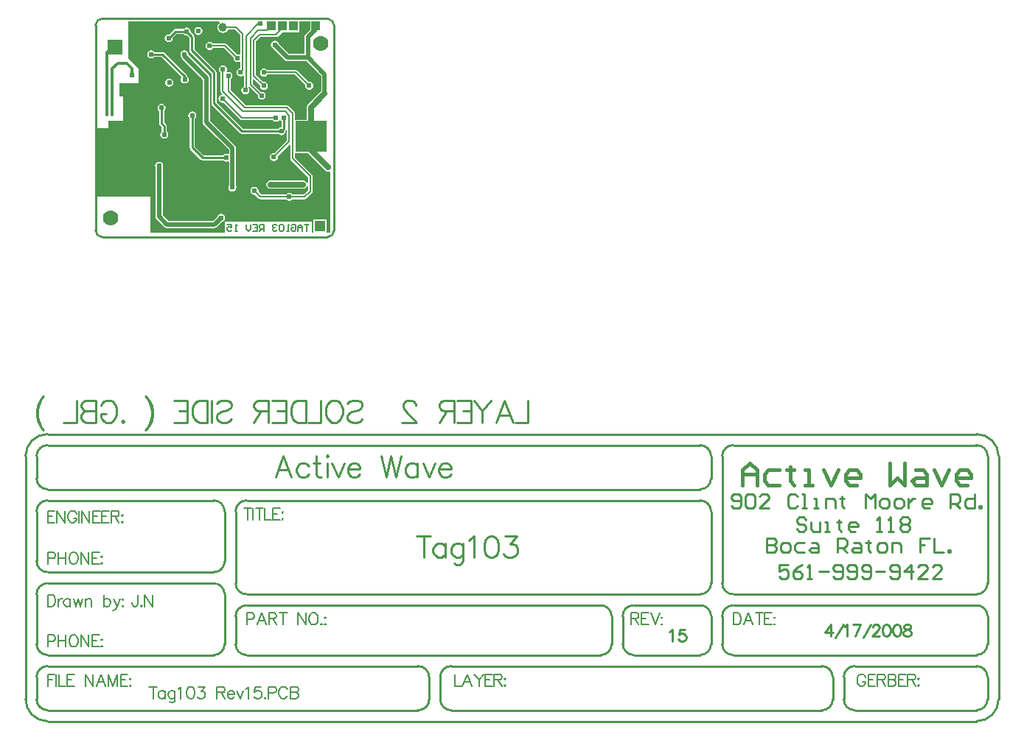
<source format=gbl>
%FSLAX23Y23*%
%MOIN*%
G70*
G01*
G75*
G04 Layer_Physical_Order=2*
G04 Layer_Color=16711680*
%ADD10R,0.024X0.024*%
%ADD11R,0.014X0.035*%
%ADD12R,0.014X0.035*%
%ADD13R,0.030X0.030*%
%ADD14R,0.030X0.030*%
%ADD15R,0.025X0.030*%
%ADD16R,0.074X0.045*%
%ADD17R,0.020X0.050*%
%ADD18O,0.016X0.060*%
%ADD19O,0.016X0.060*%
%ADD20R,0.024X0.100*%
%ADD21R,0.024X0.090*%
%ADD22R,0.070X0.024*%
%ADD23R,0.090X0.024*%
%ADD24R,0.075X0.043*%
%ADD25R,0.036X0.050*%
%ADD26R,0.036X0.036*%
%ADD27O,0.024X0.080*%
%ADD28C,0.010*%
%ADD29C,0.008*%
%ADD30C,0.020*%
%ADD31C,0.025*%
%ADD32C,0.012*%
%ADD33C,0.015*%
%ADD34C,0.016*%
%ADD35C,0.014*%
%ADD36C,0.026*%
%ADD37C,0.006*%
%ADD38C,0.005*%
%ADD39C,0.009*%
%ADD40C,0.039*%
%ADD41C,0.070*%
%ADD42R,0.050X0.050*%
%ADD43R,0.039X0.043*%
%ADD44C,0.024*%
%ADD45R,0.070X0.070*%
%ADD46R,0.140X0.140*%
%ADD47C,0.030*%
G36*
X903Y851D02*
X882Y831D01*
X879Y825D01*
X878Y819D01*
Y743D01*
X808D01*
X760Y791D01*
X760Y792D01*
X756Y798D01*
X750Y802D01*
X743Y803D01*
X736Y802D01*
X730Y798D01*
X726Y792D01*
X725Y785D01*
X726Y778D01*
X730Y772D01*
X736Y768D01*
X737Y768D01*
X789Y716D01*
X795Y712D01*
X801Y711D01*
X887D01*
X953Y645D01*
Y574D01*
X894Y516D01*
X890Y510D01*
X889Y502D01*
Y445D01*
X834D01*
Y474D01*
X833Y478D01*
X831Y481D01*
X806Y506D01*
X803Y508D01*
X799Y509D01*
X613D01*
X544Y578D01*
Y629D01*
X547Y631D01*
X551Y637D01*
X552Y644D01*
X551Y651D01*
X547Y657D01*
X541Y661D01*
X534Y662D01*
X528Y661D01*
X525Y665D01*
X526Y667D01*
X527Y674D01*
X526Y681D01*
X522Y687D01*
X516Y691D01*
X509Y692D01*
X502Y691D01*
X496Y687D01*
X492Y681D01*
X491Y674D01*
X492Y667D01*
X496Y661D01*
X499Y659D01*
Y574D01*
X500Y570D01*
X502Y567D01*
X505Y563D01*
X504Y558D01*
X500Y558D01*
X494Y554D01*
X490Y548D01*
X489Y541D01*
X490Y534D01*
X494Y528D01*
X500Y524D01*
X507Y522D01*
X511Y523D01*
X587Y447D01*
X587Y447D01*
X587Y447D01*
X587Y447D01*
Y447D01*
X590Y445D01*
X594Y444D01*
X734D01*
X736Y441D01*
X742Y437D01*
X749Y436D01*
X756Y437D01*
X762Y441D01*
X764Y444D01*
X769D01*
X771Y441D01*
X773Y440D01*
Y411D01*
X766Y410D01*
X760Y406D01*
X759Y404D01*
X600D01*
X480Y524D01*
Y659D01*
X480Y659D01*
X479Y663D01*
X479D01*
X479Y663D01*
X479Y663D01*
Y663D01*
X479D01*
X477Y667D01*
X477Y667D01*
X380Y764D01*
Y821D01*
X380Y821D01*
X379Y825D01*
X377Y829D01*
X377Y829D01*
X363Y843D01*
X364Y845D01*
X362Y852D01*
X358Y858D01*
X353Y862D01*
X345Y863D01*
X338Y862D01*
X333Y858D01*
X331Y856D01*
X294D01*
X294Y856D01*
X289Y855D01*
X286Y853D01*
X286Y853D01*
X265Y832D01*
X263Y832D01*
X256Y831D01*
X250Y827D01*
X246Y821D01*
X245Y814D01*
X246Y807D01*
X250Y801D01*
X256Y797D01*
X263Y796D01*
X270Y797D01*
X276Y801D01*
X280Y807D01*
X281Y814D01*
X281Y816D01*
X298Y833D01*
X331D01*
X333Y832D01*
X338Y828D01*
X345Y826D01*
X348Y827D01*
X358Y816D01*
Y759D01*
X358Y759D01*
X359Y755D01*
X361Y751D01*
X458Y654D01*
Y519D01*
X458Y519D01*
X459Y515D01*
X461Y511D01*
X587Y385D01*
X587Y385D01*
X591Y383D01*
Y383D01*
X591Y383D01*
X591D01*
Y383D01*
X591Y383D01*
X591Y383D01*
X595Y382D01*
X595Y382D01*
X759D01*
X760Y380D01*
X766Y376D01*
X773Y375D01*
X780Y376D01*
X786Y380D01*
X790Y386D01*
X791Y393D01*
X791Y395D01*
X792Y396D01*
X792Y396D01*
X794Y399D01*
X799Y398D01*
Y350D01*
X742Y294D01*
X739Y294D01*
X732Y293D01*
X726Y289D01*
X722Y283D01*
X721Y276D01*
X722Y269D01*
X726Y263D01*
X732Y259D01*
X739Y258D01*
X746Y259D01*
X752Y263D01*
X756Y269D01*
X757Y276D01*
X757Y279D01*
X809Y332D01*
X814Y330D01*
Y269D01*
X814Y269D01*
X814D01*
X815Y265D01*
X817Y262D01*
X894Y185D01*
Y161D01*
X889Y160D01*
X885Y165D01*
X879Y169D01*
X872Y171D01*
X724D01*
X717Y169D01*
X711Y165D01*
X707Y159D01*
X705Y152D01*
X707Y145D01*
X711Y139D01*
X717Y135D01*
X724Y133D01*
X872D01*
X879Y135D01*
X885Y139D01*
X889Y144D01*
X894Y143D01*
Y125D01*
X875Y106D01*
X824D01*
X822Y109D01*
X816Y113D01*
X809Y114D01*
X802Y113D01*
X796Y109D01*
X795Y106D01*
X684D01*
X670Y120D01*
X670Y123D01*
X669Y130D01*
X665Y136D01*
X659Y140D01*
X652Y141D01*
X645Y140D01*
X639Y136D01*
X635Y130D01*
X634Y123D01*
X635Y116D01*
X639Y110D01*
X645Y106D01*
X652Y105D01*
X655Y105D01*
X672Y88D01*
X676Y86D01*
X679Y85D01*
X795D01*
X796Y83D01*
X802Y79D01*
X809Y77D01*
X816Y79D01*
X822Y83D01*
X824Y85D01*
X879D01*
X883Y86D01*
X886Y88D01*
Y88D01*
X886D01*
Y88D01*
Y88D01*
Y88D01*
X886D01*
X911Y113D01*
X913Y117D01*
X914Y121D01*
X914D01*
Y121D01*
X914D01*
Y121D01*
Y121D01*
X914D01*
X914Y121D01*
Y189D01*
X913Y193D01*
X911Y196D01*
X911Y196D01*
X911D01*
X911Y196D01*
Y196D01*
X834Y273D01*
Y293D01*
X893D01*
X894Y292D01*
X971Y216D01*
X977Y212D01*
X984Y210D01*
X990Y211D01*
X994Y208D01*
Y-66D01*
X979D01*
Y-5D01*
X917D01*
Y-66D01*
X910D01*
Y-17D01*
X518D01*
Y-66D01*
X180D01*
Y98D01*
X-67D01*
Y407D01*
X57D01*
Y551D01*
X42D01*
Y609D01*
X126D01*
Y677D01*
X81Y720D01*
Y889D01*
X492D01*
X493Y884D01*
X491Y882D01*
X487Y877D01*
X484Y871D01*
X483Y864D01*
X484Y857D01*
X487Y851D01*
X491Y846D01*
X496Y842D01*
X502Y839D01*
X509Y838D01*
X516Y839D01*
X522Y842D01*
X527Y846D01*
X531Y851D01*
X533Y854D01*
X565D01*
X589Y830D01*
Y741D01*
X584Y739D01*
X581Y741D01*
X574Y742D01*
X571Y742D01*
X526Y786D01*
X523Y788D01*
X519Y789D01*
X464D01*
X462Y792D01*
X456Y796D01*
X449Y797D01*
X442Y796D01*
X436Y792D01*
X432Y786D01*
X431Y779D01*
X432Y772D01*
X436Y766D01*
X442Y762D01*
X449Y761D01*
X456Y762D01*
X462Y766D01*
X464Y769D01*
X515D01*
X556Y727D01*
X556Y724D01*
X557Y717D01*
X561Y711D01*
X567Y707D01*
X574Y706D01*
X581Y707D01*
X584Y709D01*
X589Y707D01*
Y678D01*
X589Y678D01*
X582Y676D01*
X576Y672D01*
X572Y666D01*
X570Y659D01*
X572Y652D01*
X576Y646D01*
X582Y643D01*
X589Y641D01*
X596Y643D01*
X599Y645D01*
X604Y643D01*
Y596D01*
X603Y596D01*
X597Y592D01*
X593Y586D01*
X591Y579D01*
X593Y572D01*
X597Y566D01*
X603Y562D01*
X610Y561D01*
X617Y562D01*
X623Y566D01*
X627Y572D01*
X628Y579D01*
X627Y586D01*
X624Y590D01*
Y593D01*
X629Y595D01*
X666Y557D01*
X666Y554D01*
X667Y547D01*
X671Y541D01*
X677Y537D01*
X684Y536D01*
X691Y537D01*
X697Y541D01*
X701Y547D01*
X702Y554D01*
X701Y561D01*
X697Y567D01*
X691Y571D01*
X684Y572D01*
X681Y572D01*
X644Y608D01*
Y628D01*
X649Y630D01*
X676Y602D01*
X676Y599D01*
X677Y592D01*
X681Y586D01*
X687Y582D01*
X694Y581D01*
X701Y582D01*
X707Y586D01*
X711Y592D01*
X712Y599D01*
X711Y606D01*
X707Y612D01*
X701Y616D01*
X694Y617D01*
X691Y617D01*
X659Y648D01*
Y800D01*
X678Y819D01*
X749D01*
X753Y820D01*
X756Y822D01*
Y822D01*
X756D01*
Y822D01*
Y822D01*
Y822D01*
X756D01*
X776Y841D01*
X855D01*
Y889D01*
X903D01*
Y851D01*
D02*
G37*
%LPC*%
G36*
X232Y517D02*
X225Y516D01*
X219Y512D01*
X215Y506D01*
X214Y499D01*
X215Y492D01*
X219Y486D01*
X221Y485D01*
Y428D01*
X221Y428D01*
X222Y424D01*
X224Y420D01*
X232Y412D01*
Y391D01*
X230Y390D01*
X226Y384D01*
X225Y377D01*
X226Y370D01*
X230Y364D01*
X236Y360D01*
X243Y359D01*
X250Y360D01*
X256Y364D01*
X260Y370D01*
X261Y377D01*
X260Y384D01*
X256Y390D01*
X254Y391D01*
Y417D01*
X253Y421D01*
X251Y425D01*
X251Y425D01*
X243Y433D01*
Y485D01*
X245Y486D01*
X249Y492D01*
X250Y499D01*
X249Y506D01*
X245Y512D01*
X239Y516D01*
X232Y517D01*
D02*
G37*
G36*
X335Y759D02*
X328Y758D01*
X322Y754D01*
X318Y748D01*
X317Y741D01*
X318Y734D01*
X319Y733D01*
Y733D01*
X319Y733D01*
X319D01*
X320Y727D01*
X323Y721D01*
X418Y627D01*
Y434D01*
X418Y434D01*
X418D01*
X419Y428D01*
X422Y422D01*
X536Y309D01*
Y292D01*
X531Y290D01*
X531Y290D01*
X524Y291D01*
X517Y290D01*
X511Y286D01*
X510Y284D01*
X422D01*
X381Y325D01*
Y451D01*
X383Y452D01*
X387Y458D01*
X388Y465D01*
X387Y472D01*
X383Y478D01*
X377Y482D01*
X370Y483D01*
X363Y482D01*
X357Y478D01*
X353Y472D01*
X352Y465D01*
X353Y458D01*
X357Y452D01*
X359Y451D01*
Y320D01*
X359Y320D01*
X360Y316D01*
X362Y312D01*
X409Y265D01*
X409Y265D01*
X413Y263D01*
Y263D01*
X413Y263D01*
D01*
D01*
D01*
X413D01*
Y263D01*
D01*
X413Y263D01*
X413Y263D01*
X417Y262D01*
X510D01*
X511Y260D01*
X517Y256D01*
X524Y255D01*
X531Y256D01*
X531Y256D01*
X536Y254D01*
Y147D01*
X535Y146D01*
X534Y139D01*
X535Y132D01*
X539Y126D01*
X545Y122D01*
X552Y121D01*
X559Y122D01*
X565Y126D01*
X569Y132D01*
X570Y139D01*
X569Y146D01*
X568Y147D01*
Y316D01*
X567Y322D01*
X564Y328D01*
X450Y441D01*
Y634D01*
X449Y640D01*
X446Y646D01*
X446Y646D01*
X446D01*
D01*
X446Y646D01*
Y646D01*
X353Y738D01*
X353Y741D01*
X352Y748D01*
X348Y754D01*
X342Y758D01*
X335Y759D01*
D02*
G37*
G36*
X220Y254D02*
X213Y253D01*
X207Y249D01*
X203Y243D01*
X202Y236D01*
X203Y229D01*
X204Y228D01*
Y6D01*
X204Y6D01*
X204D01*
X205Y-0D01*
X208Y-6D01*
X243Y-41D01*
X249Y-44D01*
X255Y-45D01*
X470D01*
X476Y-44D01*
X482Y-41D01*
Y-41D01*
X482D01*
D01*
D01*
D01*
D01*
D01*
D01*
X482D01*
D01*
X482D01*
Y-41D01*
D01*
D01*
D01*
D01*
Y-41D01*
D01*
D01*
D01*
D01*
D01*
D01*
Y-41D01*
D01*
D01*
X482D01*
D01*
D01*
D01*
X506Y-16D01*
X507Y-16D01*
X513Y-12D01*
X517Y-6D01*
X518Y1D01*
X517Y8D01*
X513Y14D01*
X507Y18D01*
X500Y19D01*
X493Y18D01*
X487Y14D01*
X483Y8D01*
X483Y7D01*
X463Y-13D01*
X262D01*
X236Y13D01*
Y228D01*
X237Y229D01*
X238Y236D01*
X237Y243D01*
X233Y249D01*
X227Y253D01*
X220Y254D01*
D02*
G37*
G36*
X694Y677D02*
X687Y676D01*
X681Y672D01*
X677Y666D01*
X676Y659D01*
X677Y652D01*
X681Y646D01*
X687Y642D01*
X694Y641D01*
X701Y642D01*
X707Y646D01*
X709Y649D01*
X835D01*
X881Y602D01*
X881Y599D01*
X882Y592D01*
X886Y586D01*
X892Y582D01*
X899Y581D01*
X906Y582D01*
X912Y586D01*
X916Y592D01*
X917Y599D01*
X916Y606D01*
X912Y612D01*
X906Y616D01*
X899Y617D01*
X896Y617D01*
X846Y666D01*
X843Y668D01*
X839Y669D01*
X709D01*
X707Y672D01*
X701Y676D01*
X694Y677D01*
D02*
G37*
G36*
X398Y864D02*
X391Y863D01*
X385Y859D01*
X381Y853D01*
X380Y846D01*
X381Y839D01*
X385Y833D01*
X391Y829D01*
X398Y828D01*
X405Y829D01*
X411Y833D01*
X415Y839D01*
X416Y846D01*
X415Y853D01*
X411Y859D01*
X405Y863D01*
X398Y864D01*
D02*
G37*
G36*
X185Y759D02*
X178Y758D01*
X172Y754D01*
X168Y748D01*
X167Y741D01*
X168Y734D01*
X172Y728D01*
X178Y724D01*
X185Y723D01*
X192Y724D01*
X198Y728D01*
X199Y730D01*
X230D01*
X322Y638D01*
X319Y634D01*
X318Y627D01*
X319Y620D01*
X323Y614D01*
X329Y610D01*
X336Y609D01*
X343Y610D01*
X349Y614D01*
X353Y620D01*
X354Y627D01*
X353Y634D01*
X349Y640D01*
X347Y641D01*
X346Y644D01*
X344Y648D01*
X344Y648D01*
X243Y749D01*
X239Y751D01*
X235Y752D01*
X235Y752D01*
X199D01*
X198Y754D01*
X192Y758D01*
X185Y759D01*
D02*
G37*
G36*
X266Y631D02*
X259Y630D01*
X253Y626D01*
X249Y620D01*
X248Y613D01*
X249Y606D01*
X253Y600D01*
X259Y596D01*
X266Y595D01*
X273Y596D01*
X279Y600D01*
X283Y606D01*
X284Y613D01*
X283Y620D01*
X279Y626D01*
X273Y630D01*
X266Y631D01*
D02*
G37*
%LPD*%
D28*
X773Y393D02*
X784Y404D01*
Y454D01*
X595Y393D02*
X773D01*
X469Y519D02*
X595Y393D01*
X235Y741D02*
X336Y640D01*
X185Y741D02*
X235D01*
X336Y627D02*
Y640D01*
X369Y759D02*
X469Y659D01*
Y519D02*
Y659D01*
X243Y377D02*
Y417D01*
X232Y428D02*
X243Y417D01*
X232Y428D02*
Y499D01*
X417Y273D02*
X524D01*
X370Y320D02*
X417Y273D01*
X370Y320D02*
Y465D01*
X369Y759D02*
Y821D01*
X345Y845D02*
X369Y821D01*
X263Y814D02*
X294Y845D01*
X343D01*
X344Y846D02*
X345Y845D01*
X1888Y-825D02*
Y-925D01*
X1831D01*
X1744D02*
X1782Y-825D01*
X1820Y-925D01*
X1806Y-892D02*
X1758D01*
X1720Y-825D02*
X1682Y-873D01*
Y-925D01*
X1644Y-825D02*
X1682Y-873D01*
X1569Y-825D02*
X1631D01*
Y-925D01*
X1569D01*
X1631Y-873D02*
X1593D01*
X1553Y-825D02*
Y-925D01*
Y-825D02*
X1510D01*
X1496Y-830D01*
X1491Y-835D01*
X1486Y-844D01*
Y-854D01*
X1491Y-863D01*
X1496Y-868D01*
X1510Y-873D01*
X1553D01*
X1520D02*
X1486Y-925D01*
X1380Y-849D02*
Y-844D01*
X1376Y-835D01*
X1371Y-830D01*
X1361Y-825D01*
X1342D01*
X1333Y-830D01*
X1328Y-835D01*
X1323Y-844D01*
Y-854D01*
X1328Y-863D01*
X1338Y-877D01*
X1385Y-925D01*
X1319D01*
X1072Y-839D02*
X1082Y-830D01*
X1096Y-825D01*
X1115D01*
X1130Y-830D01*
X1139Y-839D01*
Y-849D01*
X1134Y-858D01*
X1130Y-863D01*
X1120Y-868D01*
X1092Y-877D01*
X1082Y-882D01*
X1077Y-887D01*
X1072Y-896D01*
Y-911D01*
X1082Y-920D01*
X1096Y-925D01*
X1115D01*
X1130Y-920D01*
X1139Y-911D01*
X1022Y-825D02*
X1031Y-830D01*
X1041Y-839D01*
X1045Y-849D01*
X1050Y-863D01*
Y-887D01*
X1045Y-901D01*
X1041Y-911D01*
X1031Y-920D01*
X1022Y-925D01*
X1002D01*
X993Y-920D01*
X983Y-911D01*
X979Y-901D01*
X974Y-887D01*
Y-863D01*
X979Y-849D01*
X983Y-839D01*
X993Y-830D01*
X1002Y-825D01*
X1022D01*
X951D02*
Y-925D01*
X893D01*
X883Y-825D02*
Y-925D01*
Y-825D02*
X849D01*
X835Y-830D01*
X825Y-839D01*
X821Y-849D01*
X816Y-863D01*
Y-887D01*
X821Y-901D01*
X825Y-911D01*
X835Y-920D01*
X849Y-925D01*
X883D01*
X732Y-825D02*
X793D01*
Y-925D01*
X732D01*
X793Y-873D02*
X755D01*
X715Y-825D02*
Y-925D01*
Y-825D02*
X672D01*
X658Y-830D01*
X653Y-835D01*
X648Y-844D01*
Y-854D01*
X653Y-863D01*
X658Y-868D01*
X672Y-873D01*
X715D01*
X682D02*
X648Y-925D01*
X481Y-839D02*
X490Y-830D01*
X504Y-825D01*
X524D01*
X538Y-830D01*
X547Y-839D01*
Y-849D01*
X543Y-858D01*
X538Y-863D01*
X528Y-868D01*
X500Y-877D01*
X490Y-882D01*
X485Y-887D01*
X481Y-896D01*
Y-911D01*
X490Y-920D01*
X504Y-925D01*
X524D01*
X538Y-920D01*
X547Y-911D01*
X458Y-825D02*
Y-925D01*
X437Y-825D02*
Y-925D01*
Y-825D02*
X404D01*
X390Y-830D01*
X380Y-839D01*
X375Y-849D01*
X371Y-863D01*
Y-887D01*
X375Y-901D01*
X380Y-911D01*
X390Y-920D01*
X404Y-925D01*
X437D01*
X286Y-825D02*
X348D01*
Y-925D01*
X286D01*
X348Y-873D02*
X310D01*
X158Y-806D02*
X167Y-816D01*
X177Y-830D01*
X186Y-849D01*
X191Y-873D01*
Y-892D01*
X186Y-915D01*
X177Y-935D01*
X167Y-949D01*
X158Y-958D01*
X167Y-816D02*
X177Y-835D01*
X182Y-849D01*
X186Y-873D01*
Y-892D01*
X182Y-915D01*
X177Y-930D01*
X167Y-949D01*
X56Y-915D02*
X60Y-920D01*
X56Y-925D01*
X51Y-920D01*
X56Y-915D01*
X-43Y-849D02*
X-38Y-839D01*
X-28Y-830D01*
X-19Y-825D01*
X0D01*
X10Y-830D01*
X19Y-839D01*
X24Y-849D01*
X29Y-863D01*
Y-887D01*
X24Y-901D01*
X19Y-911D01*
X10Y-920D01*
X0Y-925D01*
X-19D01*
X-28Y-920D01*
X-38Y-911D01*
X-43Y-901D01*
Y-887D01*
X-19D02*
X-43D01*
X-65Y-825D02*
Y-925D01*
Y-825D02*
X-108D01*
X-123Y-830D01*
X-127Y-835D01*
X-132Y-844D01*
Y-854D01*
X-127Y-863D01*
X-123Y-868D01*
X-108Y-873D01*
X-65D02*
X-108D01*
X-123Y-877D01*
X-127Y-882D01*
X-132Y-892D01*
Y-906D01*
X-127Y-915D01*
X-123Y-920D01*
X-108Y-925D01*
X-65D01*
X-154Y-825D02*
Y-925D01*
X-212D01*
X-301Y-806D02*
X-311Y-816D01*
X-320Y-830D01*
X-330Y-849D01*
X-334Y-873D01*
Y-892D01*
X-330Y-915D01*
X-320Y-935D01*
X-311Y-949D01*
X-301Y-958D01*
X-311Y-816D02*
X-320Y-835D01*
X-325Y-849D01*
X-330Y-873D01*
Y-892D01*
X-325Y-915D01*
X-320Y-930D01*
X-311Y-949D01*
X-37Y903D02*
G03*
X-67Y873I0J-30D01*
G01*
X1011D02*
G03*
X981Y903I-30J0D01*
G01*
Y-86D02*
G03*
X1011Y-56I0J30D01*
G01*
X-67D02*
G03*
X-37Y-86I30J0D01*
G01*
X-67Y-56D02*
Y873D01*
X-37Y903D02*
X981D01*
X1011Y-56D02*
Y873D01*
X-37Y-86D02*
X981D01*
X3966Y-1802D02*
G03*
X3917Y-1753I-49J0D01*
G01*
X2816D02*
G03*
X2766Y-1803I0J-50D01*
G01*
X3916Y-1703D02*
G03*
X3966Y-1653I0J50D01*
G01*
X2766D02*
G03*
X2816Y-1703I50J0D01*
G01*
X-284Y-978D02*
G03*
X-384Y-1078I0J-100D01*
G01*
Y-2177D02*
G03*
X-285Y-2278I101J0D01*
G01*
X3916Y-2278D02*
G03*
X4016Y-2178I0J100D01*
G01*
Y-1078D02*
G03*
X3916Y-978I-100J0D01*
G01*
X3966Y-1077D02*
G03*
X3915Y-1028I-49J0D01*
G01*
X3916Y-1978D02*
G03*
X3966Y-1928I0J50D01*
G01*
X3966Y-2077D02*
G03*
X3916Y-2028I-50J-1D01*
G01*
Y-2228D02*
G03*
X3966Y-2178I0J50D01*
G01*
X2666Y-1978D02*
G03*
X2716Y-1928I0J50D01*
G01*
X2766Y-1929D02*
G03*
X2816Y-1978I49J0D01*
G01*
X2716Y-1802D02*
G03*
X2667Y-1753I-49J0D01*
G01*
X-334Y-2178D02*
G03*
X-285Y-2228I50J0D01*
G01*
X2667Y-1703D02*
G03*
X2716Y-1653I-1J50D01*
G01*
X-284Y-2028D02*
G03*
X-334Y-2078I0J-50D01*
G01*
X2716Y-1328D02*
G03*
X2666Y-1278I-50J0D01*
G01*
Y-1228D02*
G03*
X2716Y-1178I0J50D01*
G01*
X2816Y-1028D02*
G03*
X2766Y-1078I0J-50D01*
G01*
X2716D02*
G03*
X2666Y-1028I-50J0D01*
G01*
X-284D02*
G03*
X-334Y-1078I0J-50D01*
G01*
Y-1178D02*
G03*
X-284Y-1228I50J0D01*
G01*
Y-1278D02*
G03*
X-334Y-1328I0J-50D01*
G01*
Y-1553D02*
G03*
X-284Y-1603I50J0D01*
G01*
Y-1653D02*
G03*
X-334Y-1703I0J-50D01*
G01*
Y-1928D02*
G03*
X-285Y-1978I50J0D01*
G01*
X616Y-1278D02*
G03*
X566Y-1328I0J-50D01*
G01*
X616Y-1753D02*
G03*
X566Y-1803I0J-50D01*
G01*
X2364Y-1753D02*
G03*
X2316Y-1804I0J-48D01*
G01*
X2316Y-1927D02*
G03*
X2366Y-1978I51J0D01*
G01*
X2217Y-1978D02*
G03*
X2266Y-1928I0J49D01*
G01*
X2266Y-1802D02*
G03*
X2217Y-1753I-49J0D01*
G01*
X467Y-1978D02*
G03*
X516Y-1929I0J49D01*
G01*
X566D02*
G03*
X615Y-1978I49J0D01*
G01*
X566Y-1654D02*
G03*
X615Y-1703I49J0D01*
G01*
X516Y-1702D02*
G03*
X465Y-1653I-49J0D01*
G01*
X468Y-1603D02*
G03*
X516Y-1555I0J48D01*
G01*
Y-1327D02*
G03*
X467Y-1278I-49J0D01*
G01*
X3366Y-2028D02*
G03*
X3316Y-2078I0J-50D01*
G01*
Y-2179D02*
G03*
X3366Y-2228I49J0D01*
G01*
X3217Y-2228D02*
G03*
X3266Y-2179I1J48D01*
G01*
X3266Y-2078D02*
G03*
X3216Y-2028I-50J0D01*
G01*
X1491Y-2178D02*
G03*
X1540Y-2228I50J0D01*
G01*
X1541Y-2028D02*
G03*
X1491Y-2078I0J-50D01*
G01*
X1392Y-2228D02*
G03*
X1441Y-2179I1J48D01*
G01*
X1441Y-2078D02*
G03*
X1391Y-2028I-50J0D01*
G01*
X3966Y-1928D02*
Y-1802D01*
X2766Y-1928D02*
Y-1803D01*
X3966Y-1653D02*
Y-1078D01*
X2766Y-1653D02*
Y-1078D01*
X-384Y-2178D02*
Y-1078D01*
X-334Y-2178D02*
Y-2078D01*
X3966Y-2178D02*
Y-2078D01*
X2716Y-1928D02*
Y-1803D01*
X2316Y-1928D02*
Y-1803D01*
X566Y-1928D02*
Y-1803D01*
X2266Y-1928D02*
Y-1803D01*
X566Y-1653D02*
Y-1328D01*
X2716Y-1653D02*
Y-1328D01*
Y-1178D02*
Y-1078D01*
X-334Y-1178D02*
Y-1078D01*
X516Y-1553D02*
Y-1328D01*
X-334Y-1553D02*
Y-1328D01*
X516Y-1928D02*
Y-1703D01*
X-334Y-1928D02*
Y-1703D01*
X4016Y-2178D02*
Y-1078D01*
X3316Y-2178D02*
Y-2078D01*
X3266Y-2178D02*
Y-2078D01*
X1491Y-2178D02*
Y-2078D01*
X1441Y-2178D02*
Y-2078D01*
X2816Y-1753D02*
X3916D01*
X2816Y-1703D02*
X3916D01*
X616D02*
X2666D01*
X2816Y-1028D02*
X3916D01*
X2816Y-1978D02*
X3916D01*
X2366Y-1753D02*
X2666D01*
X2366Y-1978D02*
X2666D01*
X616D02*
X2216D01*
X616Y-1753D02*
X2216D01*
X616Y-1278D02*
X2666D01*
X-284Y-1228D02*
X2666D01*
X-284Y-1278D02*
X466D01*
X-284Y-1603D02*
X466D01*
X-284Y-1653D02*
X466D01*
X-284Y-1978D02*
X466D01*
X-284Y-978D02*
X3916D01*
X-284Y-2278D02*
X3916D01*
X-284Y-1028D02*
X2666D01*
X3366Y-2028D02*
X3916D01*
X3366Y-2228D02*
X3916D01*
X1541Y-2028D02*
X3216D01*
X-284D02*
X1391D01*
X-284Y-2228D02*
X1391D01*
X1541D02*
X3216D01*
X3145Y-1365D02*
X3135Y-1354D01*
X3113D01*
X3103Y-1365D01*
Y-1375D01*
X3113Y-1386D01*
X3135D01*
X3145Y-1397D01*
Y-1407D01*
X3135Y-1418D01*
X3113D01*
X3103Y-1407D01*
X3167Y-1375D02*
Y-1407D01*
X3177Y-1418D01*
X3209D01*
Y-1375D01*
X3230Y-1418D02*
X3252D01*
X3241D01*
Y-1375D01*
X3230D01*
X3294Y-1365D02*
Y-1375D01*
X3284D01*
X3305D01*
X3294D01*
Y-1407D01*
X3305Y-1418D01*
X3369D02*
X3348D01*
X3337Y-1407D01*
Y-1386D01*
X3348Y-1375D01*
X3369D01*
X3380Y-1386D01*
Y-1397D01*
X3337D01*
X3465Y-1418D02*
X3486D01*
X3476D01*
Y-1354D01*
X3465Y-1365D01*
X3518Y-1418D02*
X3540D01*
X3529D01*
Y-1354D01*
X3518Y-1365D01*
X3572D02*
X3582Y-1354D01*
X3604D01*
X3614Y-1365D01*
Y-1375D01*
X3604Y-1386D01*
X3614Y-1397D01*
Y-1407D01*
X3604Y-1418D01*
X3582D01*
X3572Y-1407D01*
Y-1397D01*
X3582Y-1386D01*
X3572Y-1375D01*
Y-1365D01*
X3582Y-1386D02*
X3604D01*
X3065Y-1569D02*
X3023D01*
Y-1601D01*
X3044Y-1590D01*
X3055D01*
X3065Y-1601D01*
Y-1622D01*
X3055Y-1633D01*
X3033D01*
X3023Y-1622D01*
X3129Y-1569D02*
X3108Y-1580D01*
X3087Y-1601D01*
Y-1622D01*
X3097Y-1633D01*
X3118D01*
X3129Y-1622D01*
Y-1612D01*
X3118Y-1601D01*
X3087D01*
X3150Y-1633D02*
X3172D01*
X3161D01*
Y-1569D01*
X3150Y-1580D01*
X3204Y-1601D02*
X3246D01*
X3268Y-1622D02*
X3278Y-1633D01*
X3300D01*
X3310Y-1622D01*
Y-1580D01*
X3300Y-1569D01*
X3278D01*
X3268Y-1580D01*
Y-1590D01*
X3278Y-1601D01*
X3310D01*
X3332Y-1622D02*
X3342Y-1633D01*
X3364D01*
X3374Y-1622D01*
Y-1580D01*
X3364Y-1569D01*
X3342D01*
X3332Y-1580D01*
Y-1590D01*
X3342Y-1601D01*
X3374D01*
X3396Y-1622D02*
X3406Y-1633D01*
X3428D01*
X3438Y-1622D01*
Y-1580D01*
X3428Y-1569D01*
X3406D01*
X3396Y-1580D01*
Y-1590D01*
X3406Y-1601D01*
X3438D01*
X3460D02*
X3502D01*
X3524Y-1622D02*
X3534Y-1633D01*
X3556D01*
X3566Y-1622D01*
Y-1580D01*
X3556Y-1569D01*
X3534D01*
X3524Y-1580D01*
Y-1590D01*
X3534Y-1601D01*
X3566D01*
X3620Y-1633D02*
Y-1569D01*
X3588Y-1601D01*
X3630D01*
X3694Y-1633D02*
X3652D01*
X3694Y-1590D01*
Y-1580D01*
X3684Y-1569D01*
X3662D01*
X3652Y-1580D01*
X3758Y-1633D02*
X3716D01*
X3758Y-1590D01*
Y-1580D01*
X3748Y-1569D01*
X3726D01*
X3716Y-1580D01*
X2808Y-1302D02*
X2818Y-1313D01*
X2840D01*
X2850Y-1302D01*
Y-1260D01*
X2840Y-1249D01*
X2818D01*
X2808Y-1260D01*
Y-1270D01*
X2818Y-1281D01*
X2850D01*
X2872Y-1260D02*
X2882Y-1249D01*
X2903D01*
X2914Y-1260D01*
Y-1302D01*
X2903Y-1313D01*
X2882D01*
X2872Y-1302D01*
Y-1260D01*
X2978Y-1313D02*
X2935D01*
X2978Y-1270D01*
Y-1260D01*
X2967Y-1249D01*
X2946D01*
X2935Y-1260D01*
X3106D02*
X3095Y-1249D01*
X3074D01*
X3063Y-1260D01*
Y-1302D01*
X3074Y-1313D01*
X3095D01*
X3106Y-1302D01*
X3127Y-1313D02*
X3149D01*
X3138D01*
Y-1249D01*
X3127D01*
X3181Y-1313D02*
X3202D01*
X3191D01*
Y-1270D01*
X3181D01*
X3234Y-1313D02*
Y-1270D01*
X3266D01*
X3277Y-1281D01*
Y-1313D01*
X3309Y-1260D02*
Y-1270D01*
X3298D01*
X3319D01*
X3309D01*
Y-1302D01*
X3319Y-1313D01*
X3415D02*
Y-1249D01*
X3437Y-1270D01*
X3458Y-1249D01*
Y-1313D01*
X3490D02*
X3511D01*
X3522Y-1302D01*
Y-1281D01*
X3511Y-1270D01*
X3490D01*
X3479Y-1281D01*
Y-1302D01*
X3490Y-1313D01*
X3554D02*
X3575D01*
X3586Y-1302D01*
Y-1281D01*
X3575Y-1270D01*
X3554D01*
X3543Y-1281D01*
Y-1302D01*
X3554Y-1313D01*
X3607Y-1270D02*
Y-1313D01*
Y-1292D01*
X3618Y-1281D01*
X3629Y-1270D01*
X3639D01*
X3703Y-1313D02*
X3682D01*
X3671Y-1302D01*
Y-1281D01*
X3682Y-1270D01*
X3703D01*
X3714Y-1281D01*
Y-1292D01*
X3671D01*
X3799Y-1313D02*
Y-1249D01*
X3831D01*
X3842Y-1260D01*
Y-1281D01*
X3831Y-1292D01*
X3799D01*
X3821D02*
X3842Y-1313D01*
X3906Y-1249D02*
Y-1313D01*
X3874D01*
X3863Y-1302D01*
Y-1281D01*
X3874Y-1270D01*
X3906D01*
X3927Y-1313D02*
Y-1302D01*
X3938D01*
Y-1313D01*
X3927D01*
X2968Y-1449D02*
Y-1513D01*
X3000D01*
X3010Y-1502D01*
Y-1492D01*
X3000Y-1481D01*
X2968D01*
X3000D01*
X3010Y-1470D01*
Y-1460D01*
X3000Y-1449D01*
X2968D01*
X3042Y-1513D02*
X3063D01*
X3074Y-1502D01*
Y-1481D01*
X3063Y-1470D01*
X3042D01*
X3032Y-1481D01*
Y-1502D01*
X3042Y-1513D01*
X3138Y-1470D02*
X3106D01*
X3095Y-1481D01*
Y-1502D01*
X3106Y-1513D01*
X3138D01*
X3170Y-1470D02*
X3191D01*
X3202Y-1481D01*
Y-1513D01*
X3170D01*
X3159Y-1502D01*
X3170Y-1492D01*
X3202D01*
X3287Y-1513D02*
Y-1449D01*
X3319D01*
X3330Y-1460D01*
Y-1481D01*
X3319Y-1492D01*
X3287D01*
X3309D02*
X3330Y-1513D01*
X3362Y-1470D02*
X3383D01*
X3394Y-1481D01*
Y-1513D01*
X3362D01*
X3351Y-1502D01*
X3362Y-1492D01*
X3394D01*
X3426Y-1460D02*
Y-1470D01*
X3415D01*
X3437D01*
X3426D01*
Y-1502D01*
X3437Y-1513D01*
X3479D02*
X3501D01*
X3511Y-1502D01*
Y-1481D01*
X3501Y-1470D01*
X3479D01*
X3469Y-1481D01*
Y-1502D01*
X3479Y-1513D01*
X3533D02*
Y-1470D01*
X3565D01*
X3575Y-1481D01*
Y-1513D01*
X3703Y-1449D02*
X3661D01*
Y-1481D01*
X3682D01*
X3661D01*
Y-1513D01*
X3725Y-1449D02*
Y-1513D01*
X3767D01*
X3789D02*
Y-1502D01*
X3799D01*
Y-1513D01*
X3789D01*
D29*
X824Y269D02*
Y474D01*
X799Y499D02*
X824Y474D01*
X609Y499D02*
X799D01*
X809Y346D02*
Y465D01*
X790Y484D02*
X809Y465D01*
X599Y484D02*
X790D01*
X879Y96D02*
X904Y121D01*
Y189D01*
X824Y269D02*
X904Y189D01*
X739Y276D02*
X809Y346D01*
X614Y583D02*
Y824D01*
X610Y579D02*
X614Y583D01*
X669Y879D02*
X679D01*
X614Y824D02*
X669Y879D01*
X674Y829D02*
X749D01*
X779Y859D01*
Y869D01*
X694Y659D02*
X839D01*
X899Y599D01*
X534Y574D02*
Y644D01*
X509Y574D02*
Y674D01*
X634Y604D02*
Y814D01*
X669Y849D01*
X709D02*
X729Y869D01*
X669Y849D02*
X709D01*
X649Y644D02*
Y804D01*
X674Y829D01*
X634Y604D02*
X684Y554D01*
X649Y644D02*
X694Y599D01*
X509Y574D02*
X599Y484D01*
X594Y454D02*
X749D01*
X507Y541D02*
X594Y454D01*
X534Y574D02*
X609Y499D01*
X652Y123D02*
X679Y96D01*
X589Y659D02*
X599Y670D01*
X569Y864D02*
X599Y834D01*
X509Y864D02*
X569D01*
X599Y670D02*
Y834D01*
X449Y779D02*
X519D01*
X574Y724D01*
X679Y96D02*
X809D01*
X879D01*
X124Y-1706D02*
Y-1747D01*
X122Y-1754D01*
X119Y-1757D01*
X114Y-1759D01*
X109D01*
X104Y-1757D01*
X101Y-1754D01*
X99Y-1747D01*
Y-1741D01*
X141Y-1754D02*
X138Y-1757D01*
X141Y-1759D01*
X143Y-1757D01*
X141Y-1754D01*
X155Y-1706D02*
Y-1759D01*
Y-1706D02*
X190Y-1759D01*
Y-1706D02*
Y-1759D01*
D30*
X335Y733D02*
Y741D01*
Y733D02*
X434Y634D01*
X894Y819D02*
X929Y854D01*
X894Y727D02*
Y819D01*
X929Y854D02*
Y869D01*
X434Y434D02*
Y634D01*
X894Y727D02*
X969Y652D01*
X743Y785D02*
X801Y727D01*
X894D01*
X969Y564D02*
Y652D01*
X220Y6D02*
Y236D01*
Y6D02*
X255Y-29D01*
X470D02*
X500Y1D01*
X255Y-29D02*
X470D01*
X434Y434D02*
X552Y316D01*
Y139D02*
Y316D01*
D31*
X907Y306D02*
X984Y229D01*
X907Y502D02*
X969Y564D01*
X724Y152D02*
X872D01*
X907Y306D02*
Y369D01*
Y502D01*
D33*
X2858Y-1208D02*
Y-1141D01*
X2891Y-1108D01*
X2924Y-1141D01*
Y-1208D01*
Y-1158D01*
X2858D01*
X3024Y-1141D02*
X2974D01*
X2957Y-1158D01*
Y-1191D01*
X2974Y-1208D01*
X3024D01*
X3074Y-1125D02*
Y-1141D01*
X3057D01*
X3091D01*
X3074D01*
Y-1191D01*
X3091Y-1208D01*
X3141D02*
X3174D01*
X3157D01*
Y-1141D01*
X3141D01*
X3224D02*
X3257Y-1208D01*
X3291Y-1141D01*
X3374Y-1208D02*
X3341D01*
X3324Y-1191D01*
Y-1158D01*
X3341Y-1141D01*
X3374D01*
X3391Y-1158D01*
Y-1175D01*
X3324D01*
X3524Y-1108D02*
Y-1208D01*
X3557Y-1175D01*
X3591Y-1208D01*
Y-1108D01*
X3641Y-1141D02*
X3674D01*
X3691Y-1158D01*
Y-1208D01*
X3641D01*
X3624Y-1191D01*
X3641Y-1175D01*
X3691D01*
X3724Y-1141D02*
X3757Y-1208D01*
X3791Y-1141D01*
X3874Y-1208D02*
X3841D01*
X3824Y-1191D01*
Y-1158D01*
X3841Y-1141D01*
X3874D01*
X3891Y-1158D01*
Y-1175D01*
X3824D01*
D35*
X7Y774D02*
X22D01*
X-15Y752D02*
X7Y774D01*
X-15Y466D02*
Y752D01*
X8Y676D02*
X33Y701D01*
X8Y466D02*
Y676D01*
X33Y701D02*
X74D01*
X98Y677D01*
Y646D02*
Y677D01*
D38*
X899Y-28D02*
X879D01*
X889D01*
Y-58D01*
X869D02*
Y-38D01*
X859Y-28D01*
X849Y-38D01*
Y-58D01*
Y-43D01*
X869D01*
X819Y-33D02*
X824Y-28D01*
X834D01*
X839Y-33D01*
Y-53D01*
X834Y-58D01*
X824D01*
X819Y-53D01*
Y-43D01*
X829D01*
X809Y-58D02*
X799D01*
X804D01*
Y-28D01*
X809Y-33D01*
X784D02*
X779Y-28D01*
X769D01*
X764Y-33D01*
Y-53D01*
X769Y-58D01*
X779D01*
X784Y-53D01*
Y-33D01*
X754D02*
X749Y-28D01*
X739D01*
X734Y-33D01*
Y-38D01*
X739Y-43D01*
X744D01*
X739D01*
X734Y-48D01*
Y-53D01*
X739Y-58D01*
X749D01*
X754Y-53D01*
X694Y-58D02*
Y-28D01*
X679D01*
X674Y-33D01*
Y-43D01*
X679Y-48D01*
X694D01*
X684D02*
X674Y-58D01*
X644Y-28D02*
X664D01*
Y-58D01*
X644D01*
X664Y-43D02*
X654D01*
X634Y-28D02*
Y-48D01*
X624Y-58D01*
X614Y-48D01*
Y-28D01*
X574Y-58D02*
X564D01*
X569D01*
Y-28D01*
X574Y-33D01*
X529Y-28D02*
X549D01*
Y-43D01*
X539Y-38D01*
X534D01*
X529Y-43D01*
Y-53D01*
X534Y-58D01*
X544D01*
X549Y-53D01*
X193Y-2122D02*
Y-2175D01*
X175Y-2122D02*
X211D01*
X247Y-2139D02*
Y-2175D01*
Y-2147D02*
X242Y-2142D01*
X237Y-2139D01*
X230D01*
X225Y-2142D01*
X219Y-2147D01*
X217Y-2155D01*
Y-2160D01*
X219Y-2167D01*
X225Y-2172D01*
X230Y-2175D01*
X237D01*
X242Y-2172D01*
X247Y-2167D01*
X292Y-2139D02*
Y-2180D01*
X290Y-2188D01*
X287Y-2190D01*
X282Y-2193D01*
X274D01*
X269Y-2190D01*
X292Y-2147D02*
X287Y-2142D01*
X282Y-2139D01*
X274D01*
X269Y-2142D01*
X264Y-2147D01*
X262Y-2155D01*
Y-2160D01*
X264Y-2167D01*
X269Y-2172D01*
X274Y-2175D01*
X282D01*
X287Y-2172D01*
X292Y-2167D01*
X306Y-2132D02*
X311Y-2129D01*
X319Y-2122D01*
Y-2175D01*
X361Y-2122D02*
X353Y-2124D01*
X348Y-2132D01*
X345Y-2145D01*
Y-2152D01*
X348Y-2165D01*
X353Y-2172D01*
X361Y-2175D01*
X366D01*
X373Y-2172D01*
X378Y-2165D01*
X381Y-2152D01*
Y-2145D01*
X378Y-2132D01*
X373Y-2124D01*
X366Y-2122D01*
X361D01*
X398D02*
X426D01*
X411Y-2142D01*
X418D01*
X423Y-2145D01*
X426Y-2147D01*
X428Y-2155D01*
Y-2160D01*
X426Y-2167D01*
X421Y-2172D01*
X413Y-2175D01*
X406D01*
X398Y-2172D01*
X395Y-2170D01*
X393Y-2165D01*
X482Y-2122D02*
Y-2175D01*
Y-2122D02*
X505D01*
X513Y-2124D01*
X515Y-2127D01*
X518Y-2132D01*
Y-2137D01*
X515Y-2142D01*
X513Y-2145D01*
X505Y-2147D01*
X482D01*
X500D02*
X518Y-2175D01*
X530Y-2155D02*
X560D01*
Y-2150D01*
X558Y-2145D01*
X555Y-2142D01*
X550Y-2139D01*
X542D01*
X537Y-2142D01*
X532Y-2147D01*
X530Y-2155D01*
Y-2160D01*
X532Y-2167D01*
X537Y-2172D01*
X542Y-2175D01*
X550D01*
X555Y-2172D01*
X560Y-2167D01*
X572Y-2139D02*
X587Y-2175D01*
X602Y-2139D02*
X587Y-2175D01*
X611Y-2132D02*
X616Y-2129D01*
X623Y-2122D01*
Y-2175D01*
X680Y-2122D02*
X655D01*
X652Y-2145D01*
X655Y-2142D01*
X663Y-2139D01*
X670D01*
X678Y-2142D01*
X683Y-2147D01*
X685Y-2155D01*
Y-2160D01*
X683Y-2167D01*
X678Y-2172D01*
X670Y-2175D01*
X663D01*
X655Y-2172D01*
X652Y-2170D01*
X650Y-2165D01*
X700Y-2170D02*
X697Y-2172D01*
X700Y-2175D01*
X702Y-2172D01*
X700Y-2170D01*
X714Y-2150D02*
X737D01*
X745Y-2147D01*
X747Y-2145D01*
X750Y-2139D01*
Y-2132D01*
X747Y-2127D01*
X745Y-2124D01*
X737Y-2122D01*
X714D01*
Y-2175D01*
X800Y-2134D02*
X797Y-2129D01*
X792Y-2124D01*
X787Y-2122D01*
X777D01*
X772Y-2124D01*
X767Y-2129D01*
X764Y-2134D01*
X762Y-2142D01*
Y-2155D01*
X764Y-2162D01*
X767Y-2167D01*
X772Y-2172D01*
X777Y-2175D01*
X787D01*
X792Y-2172D01*
X797Y-2167D01*
X800Y-2162D01*
X815Y-2122D02*
Y-2175D01*
Y-2122D02*
X837D01*
X845Y-2124D01*
X848Y-2127D01*
X850Y-2132D01*
Y-2137D01*
X848Y-2142D01*
X845Y-2145D01*
X837Y-2147D01*
X815D02*
X837D01*
X845Y-2150D01*
X848Y-2152D01*
X850Y-2157D01*
Y-2165D01*
X848Y-2170D01*
X845Y-2172D01*
X837Y-2175D01*
X815D01*
X2816Y-1787D02*
Y-1841D01*
Y-1787D02*
X2834D01*
X2841Y-1790D01*
X2846Y-1795D01*
X2849Y-1800D01*
X2851Y-1808D01*
Y-1820D01*
X2849Y-1828D01*
X2846Y-1833D01*
X2841Y-1838D01*
X2834Y-1841D01*
X2816D01*
X2904D02*
X2884Y-1787D01*
X2863Y-1841D01*
X2871Y-1823D02*
X2896D01*
X2934Y-1787D02*
Y-1841D01*
X2916Y-1787D02*
X2952D01*
X2991D02*
X2958D01*
Y-1841D01*
X2991D01*
X2958Y-1813D02*
X2979D01*
X3003Y-1805D02*
X3000Y-1808D01*
X3003Y-1810D01*
X3005Y-1808D01*
X3003Y-1805D01*
Y-1836D02*
X3000Y-1838D01*
X3003Y-1841D01*
X3005Y-1838D01*
X3003Y-1836D01*
X2353Y-1787D02*
Y-1841D01*
Y-1787D02*
X2376D01*
X2384Y-1790D01*
X2386Y-1792D01*
X2389Y-1798D01*
Y-1803D01*
X2386Y-1808D01*
X2384Y-1810D01*
X2376Y-1813D01*
X2353D01*
X2371D02*
X2389Y-1841D01*
X2434Y-1787D02*
X2401D01*
Y-1841D01*
X2434D01*
X2401Y-1813D02*
X2421D01*
X2443Y-1787D02*
X2463Y-1841D01*
X2483Y-1787D02*
X2463Y-1841D01*
X2493Y-1805D02*
X2490Y-1808D01*
X2493Y-1810D01*
X2495Y-1808D01*
X2493Y-1805D01*
Y-1836D02*
X2490Y-1838D01*
X2493Y-1841D01*
X2495Y-1838D01*
X2493Y-1836D01*
X-284Y-1540D02*
X-261D01*
X-254Y-1538D01*
X-251Y-1535D01*
X-249Y-1530D01*
Y-1523D01*
X-251Y-1517D01*
X-254Y-1515D01*
X-261Y-1512D01*
X-284D01*
Y-1566D01*
X-237Y-1512D02*
Y-1566D01*
X-201Y-1512D02*
Y-1566D01*
X-237Y-1538D02*
X-201D01*
X-171Y-1512D02*
X-176Y-1515D01*
X-181Y-1520D01*
X-184Y-1525D01*
X-186Y-1533D01*
Y-1545D01*
X-184Y-1553D01*
X-181Y-1558D01*
X-176Y-1563D01*
X-171Y-1566D01*
X-161D01*
X-156Y-1563D01*
X-151Y-1558D01*
X-148Y-1553D01*
X-146Y-1545D01*
Y-1533D01*
X-148Y-1525D01*
X-151Y-1520D01*
X-156Y-1515D01*
X-161Y-1512D01*
X-171D01*
X-133D02*
Y-1566D01*
Y-1512D02*
X-98Y-1566D01*
Y-1512D02*
Y-1566D01*
X-50Y-1512D02*
X-83D01*
Y-1566D01*
X-50D01*
X-83Y-1538D02*
X-63D01*
X-39Y-1530D02*
X-41Y-1533D01*
X-39Y-1535D01*
X-36Y-1533D01*
X-39Y-1530D01*
Y-1561D02*
X-41Y-1563D01*
X-39Y-1566D01*
X-36Y-1563D01*
X-39Y-1561D01*
X-284Y-1915D02*
X-261D01*
X-254Y-1913D01*
X-251Y-1910D01*
X-249Y-1905D01*
Y-1898D01*
X-251Y-1892D01*
X-254Y-1890D01*
X-261Y-1887D01*
X-284D01*
Y-1941D01*
X-237Y-1887D02*
Y-1941D01*
X-201Y-1887D02*
Y-1941D01*
X-237Y-1913D02*
X-201D01*
X-171Y-1887D02*
X-176Y-1890D01*
X-181Y-1895D01*
X-184Y-1900D01*
X-186Y-1908D01*
Y-1920D01*
X-184Y-1928D01*
X-181Y-1933D01*
X-176Y-1938D01*
X-171Y-1941D01*
X-161D01*
X-156Y-1938D01*
X-151Y-1933D01*
X-148Y-1928D01*
X-146Y-1920D01*
Y-1908D01*
X-148Y-1900D01*
X-151Y-1895D01*
X-156Y-1890D01*
X-161Y-1887D01*
X-171D01*
X-133D02*
Y-1941D01*
Y-1887D02*
X-98Y-1941D01*
Y-1887D02*
Y-1941D01*
X-50Y-1887D02*
X-83D01*
Y-1941D01*
X-50D01*
X-83Y-1913D02*
X-63D01*
X-39Y-1905D02*
X-41Y-1908D01*
X-39Y-1910D01*
X-36Y-1908D01*
X-39Y-1905D01*
Y-1936D02*
X-41Y-1938D01*
X-39Y-1941D01*
X-36Y-1938D01*
X-39Y-1936D01*
X1556Y-2065D02*
Y-2118D01*
X1586D01*
X1633D02*
X1613Y-2065D01*
X1592Y-2118D01*
X1600Y-2100D02*
X1625D01*
X1645Y-2065D02*
X1666Y-2090D01*
Y-2118D01*
X1686Y-2065D02*
X1666Y-2090D01*
X1726Y-2065D02*
X1693D01*
Y-2118D01*
X1726D01*
X1693Y-2090D02*
X1713D01*
X1735Y-2065D02*
Y-2118D01*
Y-2065D02*
X1758D01*
X1765Y-2067D01*
X1768Y-2070D01*
X1770Y-2075D01*
Y-2080D01*
X1768Y-2085D01*
X1765Y-2088D01*
X1758Y-2090D01*
X1735D01*
X1752D02*
X1770Y-2118D01*
X1785Y-2083D02*
X1782Y-2085D01*
X1785Y-2088D01*
X1787Y-2085D01*
X1785Y-2083D01*
Y-2113D02*
X1782Y-2116D01*
X1785Y-2118D01*
X1787Y-2116D01*
X1785Y-2113D01*
X-251Y-1325D02*
X-284D01*
Y-1378D01*
X-251D01*
X-284Y-1350D02*
X-264D01*
X-242Y-1325D02*
Y-1378D01*
Y-1325D02*
X-207Y-1378D01*
Y-1325D02*
Y-1378D01*
X-154Y-1338D02*
X-156Y-1332D01*
X-161Y-1327D01*
X-167Y-1325D01*
X-177D01*
X-182Y-1327D01*
X-187Y-1332D01*
X-189Y-1338D01*
X-192Y-1345D01*
Y-1358D01*
X-189Y-1365D01*
X-187Y-1371D01*
X-182Y-1376D01*
X-177Y-1378D01*
X-167D01*
X-161Y-1376D01*
X-156Y-1371D01*
X-154Y-1365D01*
Y-1358D01*
X-167D02*
X-154D01*
X-142Y-1325D02*
Y-1378D01*
X-130Y-1325D02*
Y-1378D01*
Y-1325D02*
X-95Y-1378D01*
Y-1325D02*
Y-1378D01*
X-47Y-1325D02*
X-80D01*
Y-1378D01*
X-47D01*
X-80Y-1350D02*
X-60D01*
X-5Y-1325D02*
X-38D01*
Y-1378D01*
X-5D01*
X-38Y-1350D02*
X-18D01*
X4Y-1325D02*
Y-1378D01*
Y-1325D02*
X26D01*
X34Y-1327D01*
X37Y-1330D01*
X39Y-1335D01*
Y-1340D01*
X37Y-1345D01*
X34Y-1348D01*
X26Y-1350D01*
X4D01*
X21D02*
X39Y-1378D01*
X54Y-1343D02*
X51Y-1345D01*
X54Y-1348D01*
X56Y-1345D01*
X54Y-1343D01*
Y-1373D02*
X51Y-1376D01*
X54Y-1378D01*
X56Y-1376D01*
X54Y-1373D01*
X616Y-1815D02*
X639D01*
X646Y-1813D01*
X649Y-1810D01*
X651Y-1805D01*
Y-1798D01*
X649Y-1792D01*
X646Y-1790D01*
X639Y-1787D01*
X616D01*
Y-1841D01*
X704D02*
X684Y-1787D01*
X663Y-1841D01*
X671Y-1823D02*
X696D01*
X716Y-1787D02*
Y-1841D01*
Y-1787D02*
X739D01*
X747Y-1790D01*
X749Y-1792D01*
X752Y-1798D01*
Y-1803D01*
X749Y-1808D01*
X747Y-1810D01*
X739Y-1813D01*
X716D01*
X734D02*
X752Y-1841D01*
X782Y-1787D02*
Y-1841D01*
X764Y-1787D02*
X800D01*
X848D02*
Y-1841D01*
Y-1787D02*
X883Y-1841D01*
Y-1787D02*
Y-1841D01*
X913Y-1787D02*
X908Y-1790D01*
X903Y-1795D01*
X901Y-1800D01*
X898Y-1808D01*
Y-1820D01*
X901Y-1828D01*
X903Y-1833D01*
X908Y-1838D01*
X913Y-1841D01*
X923D01*
X928Y-1838D01*
X934Y-1833D01*
X936Y-1828D01*
X939Y-1820D01*
Y-1808D01*
X936Y-1800D01*
X934Y-1795D01*
X928Y-1790D01*
X923Y-1787D01*
X913D01*
X954Y-1836D02*
X951Y-1838D01*
X954Y-1841D01*
X956Y-1838D01*
X954Y-1836D01*
X970Y-1805D02*
X968Y-1808D01*
X970Y-1810D01*
X973Y-1808D01*
X970Y-1805D01*
Y-1836D02*
X968Y-1838D01*
X970Y-1841D01*
X973Y-1838D01*
X970Y-1836D01*
X621Y-1312D02*
Y-1366D01*
X603Y-1312D02*
X639D01*
X645D02*
Y-1366D01*
X674Y-1312D02*
Y-1366D01*
X656Y-1312D02*
X692D01*
X698D02*
Y-1366D01*
X729D01*
X768Y-1312D02*
X735D01*
Y-1366D01*
X768D01*
X735Y-1338D02*
X755D01*
X779Y-1330D02*
X777Y-1333D01*
X779Y-1335D01*
X782Y-1333D01*
X779Y-1330D01*
Y-1361D02*
X777Y-1363D01*
X779Y-1366D01*
X782Y-1363D01*
X779Y-1361D01*
X-284Y-1705D02*
Y-1758D01*
Y-1705D02*
X-266D01*
X-259Y-1707D01*
X-254Y-1712D01*
X-251Y-1718D01*
X-249Y-1725D01*
Y-1738D01*
X-251Y-1745D01*
X-254Y-1751D01*
X-259Y-1756D01*
X-266Y-1758D01*
X-284D01*
X-237Y-1723D02*
Y-1758D01*
Y-1738D02*
X-234Y-1730D01*
X-229Y-1725D01*
X-224Y-1723D01*
X-216D01*
X-181D02*
Y-1758D01*
Y-1730D02*
X-186Y-1725D01*
X-191Y-1723D01*
X-199D01*
X-204Y-1725D01*
X-209Y-1730D01*
X-211Y-1738D01*
Y-1743D01*
X-209Y-1751D01*
X-204Y-1756D01*
X-199Y-1758D01*
X-191D01*
X-186Y-1756D01*
X-181Y-1751D01*
X-167Y-1723D02*
X-157Y-1758D01*
X-146Y-1723D02*
X-157Y-1758D01*
X-146Y-1723D02*
X-136Y-1758D01*
X-126Y-1723D02*
X-136Y-1758D01*
X-114Y-1723D02*
Y-1758D01*
Y-1733D02*
X-106Y-1725D01*
X-101Y-1723D01*
X-93D01*
X-88Y-1725D01*
X-86Y-1733D01*
Y-1758D01*
X-30Y-1705D02*
Y-1758D01*
Y-1730D02*
X-25Y-1725D01*
X-20Y-1723D01*
X-12D01*
X-7Y-1725D01*
X-2Y-1730D01*
X1Y-1738D01*
Y-1743D01*
X-2Y-1751D01*
X-7Y-1756D01*
X-12Y-1758D01*
X-20D01*
X-25Y-1756D01*
X-30Y-1751D01*
X15Y-1723D02*
X30Y-1758D01*
X45Y-1723D02*
X30Y-1758D01*
X25Y-1768D01*
X20Y-1773D01*
X15Y-1776D01*
X12D01*
X56Y-1723D02*
X54Y-1725D01*
X56Y-1728D01*
X59Y-1725D01*
X56Y-1723D01*
Y-1753D02*
X54Y-1756D01*
X56Y-1758D01*
X59Y-1756D01*
X56Y-1753D01*
X-284Y-2065D02*
Y-2118D01*
Y-2065D02*
X-251D01*
X-284Y-2090D02*
X-264D01*
X-245Y-2065D02*
Y-2118D01*
X-234Y-2065D02*
Y-2118D01*
X-203D01*
X-164Y-2065D02*
X-197D01*
Y-2118D01*
X-164D01*
X-197Y-2090D02*
X-177D01*
X-114Y-2065D02*
Y-2118D01*
Y-2065D02*
X-78Y-2118D01*
Y-2065D02*
Y-2118D01*
X-23D02*
X-43Y-2065D01*
X-63Y-2118D01*
X-56Y-2100D02*
X-30D01*
X-10Y-2065D02*
Y-2118D01*
Y-2065D02*
X10Y-2118D01*
X30Y-2065D02*
X10Y-2118D01*
X30Y-2065D02*
Y-2118D01*
X79Y-2065D02*
X46D01*
Y-2118D01*
X79D01*
X46Y-2090D02*
X66D01*
X90Y-2083D02*
X87Y-2085D01*
X90Y-2088D01*
X92Y-2085D01*
X90Y-2083D01*
Y-2113D02*
X87Y-2116D01*
X90Y-2118D01*
X92Y-2116D01*
X90Y-2113D01*
X3414Y-2078D02*
X3411Y-2072D01*
X3406Y-2067D01*
X3401Y-2065D01*
X3391D01*
X3386Y-2067D01*
X3381Y-2072D01*
X3378Y-2078D01*
X3376Y-2085D01*
Y-2098D01*
X3378Y-2105D01*
X3381Y-2111D01*
X3386Y-2116D01*
X3391Y-2118D01*
X3401D01*
X3406Y-2116D01*
X3411Y-2111D01*
X3414Y-2105D01*
Y-2098D01*
X3401D02*
X3414D01*
X3459Y-2065D02*
X3426D01*
Y-2118D01*
X3459D01*
X3426Y-2090D02*
X3447D01*
X3468Y-2065D02*
Y-2118D01*
Y-2065D02*
X3491D01*
X3499Y-2067D01*
X3501Y-2070D01*
X3504Y-2075D01*
Y-2080D01*
X3501Y-2085D01*
X3499Y-2088D01*
X3491Y-2090D01*
X3468D01*
X3486D02*
X3504Y-2118D01*
X3516Y-2065D02*
Y-2118D01*
Y-2065D02*
X3538D01*
X3546Y-2067D01*
X3549Y-2070D01*
X3551Y-2075D01*
Y-2080D01*
X3549Y-2085D01*
X3546Y-2088D01*
X3538Y-2090D01*
X3516D02*
X3538D01*
X3546Y-2093D01*
X3549Y-2095D01*
X3551Y-2100D01*
Y-2108D01*
X3549Y-2113D01*
X3546Y-2116D01*
X3538Y-2118D01*
X3516D01*
X3596Y-2065D02*
X3563D01*
Y-2118D01*
X3596D01*
X3563Y-2090D02*
X3583D01*
X3605Y-2065D02*
Y-2118D01*
Y-2065D02*
X3628D01*
X3635Y-2067D01*
X3638Y-2070D01*
X3640Y-2075D01*
Y-2080D01*
X3638Y-2085D01*
X3635Y-2088D01*
X3628Y-2090D01*
X3605D01*
X3623D02*
X3640Y-2118D01*
X3655Y-2083D02*
X3652Y-2085D01*
X3655Y-2088D01*
X3658Y-2085D01*
X3655Y-2083D01*
Y-2113D02*
X3652Y-2116D01*
X3655Y-2118D01*
X3658Y-2116D01*
X3655Y-2113D01*
D39*
X3256Y-1840D02*
X3231Y-1876D01*
X3269D01*
X3256Y-1840D02*
Y-1894D01*
X3278Y-1901D02*
X3314Y-1840D01*
X3317Y-1850D02*
X3322Y-1848D01*
X3330Y-1840D01*
Y-1894D01*
X3392Y-1840D02*
X3367Y-1894D01*
X3356Y-1840D02*
X3392D01*
X3404Y-1901D02*
X3439Y-1840D01*
X3446Y-1853D02*
Y-1850D01*
X3448Y-1845D01*
X3451Y-1843D01*
X3456Y-1840D01*
X3466D01*
X3471Y-1843D01*
X3473Y-1845D01*
X3476Y-1850D01*
Y-1856D01*
X3473Y-1861D01*
X3468Y-1868D01*
X3443Y-1894D01*
X3479D01*
X3506Y-1840D02*
X3498Y-1843D01*
X3493Y-1850D01*
X3490Y-1863D01*
Y-1871D01*
X3493Y-1883D01*
X3498Y-1891D01*
X3506Y-1894D01*
X3511D01*
X3518Y-1891D01*
X3523Y-1883D01*
X3526Y-1871D01*
Y-1863D01*
X3523Y-1850D01*
X3518Y-1843D01*
X3511Y-1840D01*
X3506D01*
X3553D02*
X3546Y-1843D01*
X3540Y-1850D01*
X3538Y-1863D01*
Y-1871D01*
X3540Y-1883D01*
X3546Y-1891D01*
X3553Y-1894D01*
X3558D01*
X3566Y-1891D01*
X3571Y-1883D01*
X3573Y-1871D01*
Y-1863D01*
X3571Y-1850D01*
X3566Y-1843D01*
X3558Y-1840D01*
X3553D01*
X3598D02*
X3590Y-1843D01*
X3588Y-1848D01*
Y-1853D01*
X3590Y-1858D01*
X3596Y-1861D01*
X3606Y-1863D01*
X3613Y-1866D01*
X3618Y-1871D01*
X3621Y-1876D01*
Y-1883D01*
X3618Y-1889D01*
X3616Y-1891D01*
X3608Y-1894D01*
X3598D01*
X3590Y-1891D01*
X3588Y-1889D01*
X3585Y-1883D01*
Y-1876D01*
X3588Y-1871D01*
X3593Y-1866D01*
X3601Y-1863D01*
X3611Y-1861D01*
X3616Y-1858D01*
X3618Y-1853D01*
Y-1848D01*
X3616Y-1843D01*
X3608Y-1840D01*
X3598D01*
X2528Y-1873D02*
X2533Y-1870D01*
X2541Y-1862D01*
Y-1916D01*
X2598Y-1862D02*
X2573D01*
X2570Y-1885D01*
X2573Y-1883D01*
X2580Y-1880D01*
X2588D01*
X2595Y-1883D01*
X2601Y-1888D01*
X2603Y-1895D01*
Y-1900D01*
X2601Y-1908D01*
X2595Y-1913D01*
X2588Y-1916D01*
X2580D01*
X2573Y-1913D01*
X2570Y-1911D01*
X2568Y-1906D01*
X819Y-1173D02*
X782Y-1077D01*
X746Y-1173D01*
X760Y-1141D02*
X805D01*
X896Y-1123D02*
X887Y-1114D01*
X878Y-1109D01*
X864D01*
X855Y-1114D01*
X846Y-1123D01*
X841Y-1137D01*
Y-1146D01*
X846Y-1159D01*
X855Y-1169D01*
X864Y-1173D01*
X878D01*
X887Y-1169D01*
X896Y-1159D01*
X931Y-1077D02*
Y-1155D01*
X935Y-1169D01*
X944Y-1173D01*
X953D01*
X917Y-1109D02*
X949D01*
X976Y-1077D02*
X981Y-1082D01*
X985Y-1077D01*
X981Y-1073D01*
X976Y-1077D01*
X981Y-1109D02*
Y-1173D01*
X1002Y-1109D02*
X1030Y-1173D01*
X1057Y-1109D02*
X1030Y-1173D01*
X1073Y-1137D02*
X1128D01*
Y-1127D01*
X1123Y-1118D01*
X1118Y-1114D01*
X1109Y-1109D01*
X1096D01*
X1086Y-1114D01*
X1077Y-1123D01*
X1073Y-1137D01*
Y-1146D01*
X1077Y-1159D01*
X1086Y-1169D01*
X1096Y-1173D01*
X1109D01*
X1118Y-1169D01*
X1128Y-1159D01*
X1224Y-1077D02*
X1246Y-1173D01*
X1269Y-1077D02*
X1246Y-1173D01*
X1269Y-1077D02*
X1292Y-1173D01*
X1315Y-1077D02*
X1292Y-1173D01*
X1389Y-1109D02*
Y-1173D01*
Y-1123D02*
X1380Y-1114D01*
X1371Y-1109D01*
X1357D01*
X1348Y-1114D01*
X1339Y-1123D01*
X1334Y-1137D01*
Y-1146D01*
X1339Y-1159D01*
X1348Y-1169D01*
X1357Y-1173D01*
X1371D01*
X1380Y-1169D01*
X1389Y-1159D01*
X1415Y-1109D02*
X1442Y-1173D01*
X1469Y-1109D02*
X1442Y-1173D01*
X1485Y-1137D02*
X1540D01*
Y-1127D01*
X1535Y-1118D01*
X1531Y-1114D01*
X1522Y-1109D01*
X1508D01*
X1499Y-1114D01*
X1490Y-1123D01*
X1485Y-1137D01*
Y-1146D01*
X1490Y-1159D01*
X1499Y-1169D01*
X1508Y-1173D01*
X1522D01*
X1531Y-1169D01*
X1540Y-1159D01*
X1416Y-1440D02*
Y-1536D01*
X1384Y-1440D02*
X1448D01*
X1514Y-1472D02*
Y-1536D01*
Y-1486D02*
X1505Y-1477D01*
X1496Y-1472D01*
X1482D01*
X1473Y-1477D01*
X1464Y-1486D01*
X1459Y-1499D01*
Y-1509D01*
X1464Y-1522D01*
X1473Y-1531D01*
X1482Y-1536D01*
X1496D01*
X1505Y-1531D01*
X1514Y-1522D01*
X1595Y-1472D02*
Y-1545D01*
X1590Y-1559D01*
X1586Y-1563D01*
X1576Y-1568D01*
X1563D01*
X1554Y-1563D01*
X1595Y-1486D02*
X1586Y-1477D01*
X1576Y-1472D01*
X1563D01*
X1554Y-1477D01*
X1544Y-1486D01*
X1540Y-1499D01*
Y-1509D01*
X1544Y-1522D01*
X1554Y-1531D01*
X1563Y-1536D01*
X1576D01*
X1586Y-1531D01*
X1595Y-1522D01*
X1620Y-1458D02*
X1629Y-1454D01*
X1643Y-1440D01*
Y-1536D01*
X1718Y-1440D02*
X1704Y-1445D01*
X1695Y-1458D01*
X1691Y-1481D01*
Y-1495D01*
X1695Y-1518D01*
X1704Y-1531D01*
X1718Y-1536D01*
X1727D01*
X1741Y-1531D01*
X1750Y-1518D01*
X1755Y-1495D01*
Y-1481D01*
X1750Y-1458D01*
X1741Y-1445D01*
X1727Y-1440D01*
X1718D01*
X1785D02*
X1836D01*
X1808Y-1477D01*
X1822D01*
X1831Y-1481D01*
X1836Y-1486D01*
X1840Y-1499D01*
Y-1509D01*
X1836Y-1522D01*
X1826Y-1531D01*
X1813Y-1536D01*
X1799D01*
X1785Y-1531D01*
X1781Y-1527D01*
X1776Y-1518D01*
D40*
X509Y864D02*
D03*
X449D02*
D03*
D41*
X950Y789D02*
D03*
X22Y774D02*
D03*
X0Y0D02*
D03*
X950Y49D02*
D03*
D42*
X948Y-36D02*
D03*
D43*
X729Y869D02*
D03*
X779D02*
D03*
X829D02*
D03*
X879D02*
D03*
X929D02*
D03*
D44*
X784Y454D02*
D03*
X509Y674D02*
D03*
X984Y229D02*
D03*
X864Y279D02*
D03*
X679Y879D02*
D03*
X610Y579D02*
D03*
X864Y689D02*
D03*
X574Y724D02*
D03*
X552Y139D02*
D03*
X899Y599D02*
D03*
X694Y659D02*
D03*
X937Y599D02*
D03*
X969Y564D02*
D03*
X743Y785D02*
D03*
X694Y599D02*
D03*
X684Y554D02*
D03*
X749Y454D02*
D03*
X295Y307D02*
D03*
X507Y541D02*
D03*
X345Y845D02*
D03*
X398Y846D02*
D03*
X773Y393D02*
D03*
X335Y741D02*
D03*
X370Y465D02*
D03*
X524Y273D02*
D03*
X690Y360D02*
D03*
X243Y377D02*
D03*
X220Y236D02*
D03*
X724Y152D02*
D03*
X602D02*
D03*
X263Y814D02*
D03*
X401Y627D02*
D03*
X336D02*
D03*
X490Y240D02*
D03*
X13Y253D02*
D03*
X110Y745D02*
D03*
X65Y591D02*
D03*
X98Y646D02*
D03*
X185Y741D02*
D03*
X206Y674D02*
D03*
X232Y499D02*
D03*
X181Y369D02*
D03*
X490Y82D02*
D03*
X394Y26D02*
D03*
X809Y96D02*
D03*
X652Y123D02*
D03*
X75Y150D02*
D03*
X395Y189D02*
D03*
X730Y47D02*
D03*
X809Y21D02*
D03*
X449Y779D02*
D03*
X739Y276D02*
D03*
X544Y369D02*
D03*
X872Y152D02*
D03*
X500Y1D02*
D03*
X266Y613D02*
D03*
X589Y659D02*
D03*
X534Y644D02*
D03*
D45*
X22Y774D02*
D03*
D46*
X61Y369D02*
D03*
X907D02*
D03*
D47*
X893Y49D02*
X950D01*
X809Y21D02*
X865D01*
X893Y49D01*
M02*

</source>
